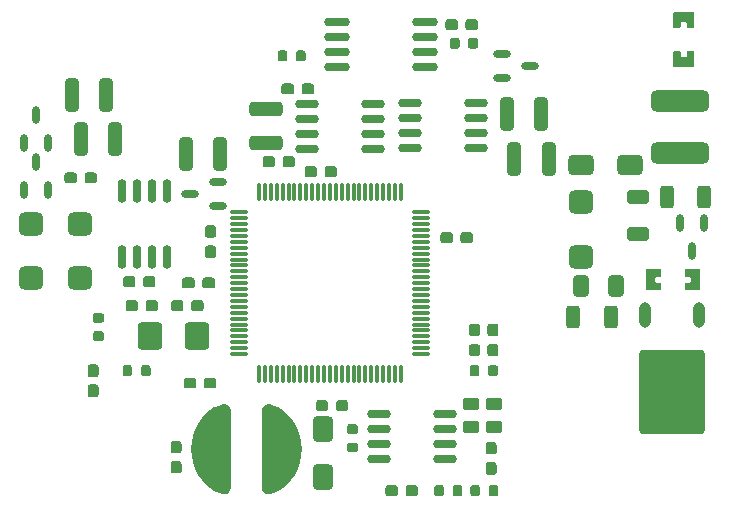
<source format=gtp>
G04 Layer_Color=8421504*
%FSLAX24Y24*%
%MOIN*%
G70*
G01*
G75*
%ADD13O,0.0630X0.0118*%
%ADD14O,0.0118X0.0630*%
%ADD17O,0.0800X0.0295*%
G04:AMPARAMS|DCode=18|XSize=86.6mil|YSize=68.9mil|CornerRadius=17.2mil|HoleSize=0mil|Usage=FLASHONLY|Rotation=90.000|XOffset=0mil|YOffset=0mil|HoleType=Round|Shape=RoundedRectangle|*
%AMROUNDEDRECTD18*
21,1,0.0866,0.0344,0,0,90.0*
21,1,0.0522,0.0689,0,0,90.0*
1,1,0.0344,0.0172,0.0261*
1,1,0.0344,0.0172,-0.0261*
1,1,0.0344,-0.0172,-0.0261*
1,1,0.0344,-0.0172,0.0261*
%
%ADD18ROUNDEDRECTD18*%
G04:AMPARAMS|DCode=19|XSize=90.6mil|YSize=82.7mil|CornerRadius=12.4mil|HoleSize=0mil|Usage=FLASHONLY|Rotation=270.000|XOffset=0mil|YOffset=0mil|HoleType=Round|Shape=RoundedRectangle|*
%AMROUNDEDRECTD19*
21,1,0.0906,0.0579,0,0,270.0*
21,1,0.0657,0.0827,0,0,270.0*
1,1,0.0248,-0.0289,-0.0329*
1,1,0.0248,-0.0289,0.0329*
1,1,0.0248,0.0289,0.0329*
1,1,0.0248,0.0289,-0.0329*
%
%ADD19ROUNDEDRECTD19*%
G04:AMPARAMS|DCode=20|XSize=110.2mil|YSize=47.2mil|CornerRadius=11.8mil|HoleSize=0mil|Usage=FLASHONLY|Rotation=180.000|XOffset=0mil|YOffset=0mil|HoleType=Round|Shape=RoundedRectangle|*
%AMROUNDEDRECTD20*
21,1,0.1102,0.0236,0,0,180.0*
21,1,0.0866,0.0472,0,0,180.0*
1,1,0.0236,-0.0433,0.0118*
1,1,0.0236,0.0433,0.0118*
1,1,0.0236,0.0433,-0.0118*
1,1,0.0236,-0.0433,-0.0118*
%
%ADD20ROUNDEDRECTD20*%
%ADD21O,0.0850X0.0295*%
G04:AMPARAMS|DCode=22|XSize=110.2mil|YSize=47.2mil|CornerRadius=11.8mil|HoleSize=0mil|Usage=FLASHONLY|Rotation=270.000|XOffset=0mil|YOffset=0mil|HoleType=Round|Shape=RoundedRectangle|*
%AMROUNDEDRECTD22*
21,1,0.1102,0.0236,0,0,270.0*
21,1,0.0866,0.0472,0,0,270.0*
1,1,0.0236,-0.0118,-0.0433*
1,1,0.0236,-0.0118,0.0433*
1,1,0.0236,0.0118,0.0433*
1,1,0.0236,0.0118,-0.0433*
%
%ADD22ROUNDEDRECTD22*%
%ADD23O,0.0295X0.0800*%
%ADD24O,0.0281X0.0591*%
G04:AMPARAMS|DCode=25|XSize=82.7mil|YSize=78.7mil|CornerRadius=19.7mil|HoleSize=0mil|Usage=FLASHONLY|Rotation=180.000|XOffset=0mil|YOffset=0mil|HoleType=Round|Shape=RoundedRectangle|*
%AMROUNDEDRECTD25*
21,1,0.0827,0.0394,0,0,180.0*
21,1,0.0433,0.0787,0,0,180.0*
1,1,0.0394,-0.0217,0.0197*
1,1,0.0394,0.0217,0.0197*
1,1,0.0394,0.0217,-0.0197*
1,1,0.0394,-0.0217,-0.0197*
%
%ADD25ROUNDEDRECTD25*%
%ADD26O,0.0591X0.0281*%
G04:AMPARAMS|DCode=30|XSize=55.1mil|YSize=70.9mil|CornerRadius=13.8mil|HoleSize=0mil|Usage=FLASHONLY|Rotation=0.000|XOffset=0mil|YOffset=0mil|HoleType=Round|Shape=RoundedRectangle|*
%AMROUNDEDRECTD30*
21,1,0.0551,0.0433,0,0,0.0*
21,1,0.0276,0.0709,0,0,0.0*
1,1,0.0276,0.0138,-0.0217*
1,1,0.0276,-0.0138,-0.0217*
1,1,0.0276,-0.0138,0.0217*
1,1,0.0276,0.0138,0.0217*
%
%ADD30ROUNDEDRECTD30*%
G04:AMPARAMS|DCode=31|XSize=47.2mil|YSize=74.8mil|CornerRadius=11.8mil|HoleSize=0mil|Usage=FLASHONLY|Rotation=270.000|XOffset=0mil|YOffset=0mil|HoleType=Round|Shape=RoundedRectangle|*
%AMROUNDEDRECTD31*
21,1,0.0472,0.0512,0,0,270.0*
21,1,0.0236,0.0748,0,0,270.0*
1,1,0.0236,-0.0256,-0.0118*
1,1,0.0236,-0.0256,0.0118*
1,1,0.0236,0.0256,0.0118*
1,1,0.0236,0.0256,-0.0118*
%
%ADD31ROUNDEDRECTD31*%
G04:AMPARAMS|DCode=32|XSize=47.2mil|YSize=74.8mil|CornerRadius=11.8mil|HoleSize=0mil|Usage=FLASHONLY|Rotation=180.000|XOffset=0mil|YOffset=0mil|HoleType=Round|Shape=RoundedRectangle|*
%AMROUNDEDRECTD32*
21,1,0.0472,0.0512,0,0,180.0*
21,1,0.0236,0.0748,0,0,180.0*
1,1,0.0236,-0.0118,0.0256*
1,1,0.0236,0.0118,0.0256*
1,1,0.0236,0.0118,-0.0256*
1,1,0.0236,-0.0118,-0.0256*
%
%ADD32ROUNDEDRECTD32*%
%ADD34O,0.0394X0.0846*%
G04:AMPARAMS|DCode=35|XSize=279.5mil|YSize=218.5mil|CornerRadius=10.9mil|HoleSize=0mil|Usage=FLASHONLY|Rotation=270.000|XOffset=0mil|YOffset=0mil|HoleType=Round|Shape=RoundedRectangle|*
%AMROUNDEDRECTD35*
21,1,0.2795,0.1967,0,0,270.0*
21,1,0.2577,0.2185,0,0,270.0*
1,1,0.0219,-0.0983,-0.1288*
1,1,0.0219,-0.0983,0.1288*
1,1,0.0219,0.0983,0.1288*
1,1,0.0219,0.0983,-0.1288*
%
%ADD35ROUNDEDRECTD35*%
G04:AMPARAMS|DCode=36|XSize=86.6mil|YSize=68.9mil|CornerRadius=17.2mil|HoleSize=0mil|Usage=FLASHONLY|Rotation=180.000|XOffset=0mil|YOffset=0mil|HoleType=Round|Shape=RoundedRectangle|*
%AMROUNDEDRECTD36*
21,1,0.0866,0.0344,0,0,180.0*
21,1,0.0522,0.0689,0,0,180.0*
1,1,0.0344,-0.0261,0.0172*
1,1,0.0344,0.0261,0.0172*
1,1,0.0344,0.0261,-0.0172*
1,1,0.0344,-0.0261,-0.0172*
%
%ADD36ROUNDEDRECTD36*%
G04:AMPARAMS|DCode=37|XSize=194.9mil|YSize=70.9mil|CornerRadius=17.7mil|HoleSize=0mil|Usage=FLASHONLY|Rotation=0.000|XOffset=0mil|YOffset=0mil|HoleType=Round|Shape=RoundedRectangle|*
%AMROUNDEDRECTD37*
21,1,0.1949,0.0354,0,0,0.0*
21,1,0.1594,0.0709,0,0,0.0*
1,1,0.0354,0.0797,-0.0177*
1,1,0.0354,-0.0797,-0.0177*
1,1,0.0354,-0.0797,0.0177*
1,1,0.0354,0.0797,0.0177*
%
%ADD37ROUNDEDRECTD37*%
G04:AMPARAMS|DCode=38|XSize=55.1mil|YSize=41.3mil|CornerRadius=10.3mil|HoleSize=0mil|Usage=FLASHONLY|Rotation=0.000|XOffset=0mil|YOffset=0mil|HoleType=Round|Shape=RoundedRectangle|*
%AMROUNDEDRECTD38*
21,1,0.0551,0.0207,0,0,0.0*
21,1,0.0344,0.0413,0,0,0.0*
1,1,0.0207,0.0172,-0.0103*
1,1,0.0207,-0.0172,-0.0103*
1,1,0.0207,-0.0172,0.0103*
1,1,0.0207,0.0172,0.0103*
%
%ADD38ROUNDEDRECTD38*%
G36*
X43019Y46517D02*
X43028Y46496D01*
Y46044D01*
X43019Y46023D01*
X42998Y46014D01*
X42795D01*
X42774Y46023D01*
X42766Y46044D01*
Y46182D01*
X42757Y46202D01*
X42736Y46211D01*
X42598D01*
X42578Y46202D01*
X42569Y46182D01*
Y46044D01*
X42560Y46023D01*
X42539Y46014D01*
X42337D01*
X42316Y46023D01*
X42307Y46044D01*
Y46496D01*
X42316Y46517D01*
X42337Y46526D01*
X42998D01*
X43019Y46517D01*
D02*
G37*
G36*
X35751Y46297D02*
X35781Y46277D01*
X35801Y46247D01*
X35808Y46212D01*
Y46032D01*
X35801Y45997D01*
X35781Y45967D01*
X35751Y45947D01*
X35716Y45940D01*
X35486D01*
X35451Y45947D01*
X35421Y45967D01*
X35401Y45997D01*
X35394Y46032D01*
Y46212D01*
X35401Y46247D01*
X35421Y46277D01*
X35451Y46297D01*
X35486Y46304D01*
X35716D01*
X35751Y46297D01*
D02*
G37*
G36*
X35081D02*
X35111Y46277D01*
X35131Y46247D01*
X35138Y46212D01*
Y46032D01*
X35131Y45997D01*
X35111Y45967D01*
X35081Y45947D01*
X35046Y45940D01*
X34816D01*
X34781Y45947D01*
X34751Y45967D01*
X34731Y45997D01*
X34724Y46032D01*
Y46212D01*
X34731Y46247D01*
X34751Y46277D01*
X34781Y46297D01*
X34816Y46304D01*
X35046D01*
X35081Y46297D01*
D02*
G37*
G36*
X35761Y45677D02*
X35787Y45660D01*
X35805Y45633D01*
X35811Y45602D01*
Y45402D01*
X35805Y45371D01*
X35787Y45344D01*
X35761Y45327D01*
X35729Y45320D01*
X35569D01*
X35538Y45327D01*
X35512Y45344D01*
X35494Y45371D01*
X35488Y45402D01*
Y45602D01*
X35494Y45633D01*
X35512Y45660D01*
X35538Y45677D01*
X35569Y45684D01*
X35729D01*
X35761Y45677D01*
D02*
G37*
G36*
X35151D02*
X35177Y45660D01*
X35195Y45633D01*
X35201Y45602D01*
Y45402D01*
X35195Y45371D01*
X35177Y45344D01*
X35151Y45327D01*
X35119Y45320D01*
X34959D01*
X34928Y45327D01*
X34902Y45344D01*
X34884Y45371D01*
X34878Y45402D01*
Y45602D01*
X34884Y45633D01*
X34902Y45660D01*
X34928Y45677D01*
X34959Y45684D01*
X35119D01*
X35151Y45677D01*
D02*
G37*
G36*
X43019Y45217D02*
X43028Y45196D01*
Y44744D01*
X43019Y44723D01*
X42998Y44714D01*
X42337D01*
X42316Y44723D01*
X42307Y44744D01*
Y45196D01*
X42316Y45217D01*
X42337Y45226D01*
X42539D01*
X42560Y45217D01*
X42569Y45196D01*
Y45059D01*
X42578Y45038D01*
X42598Y45029D01*
X42736D01*
X42757Y45038D01*
X42766Y45059D01*
Y45196D01*
X42774Y45217D01*
X42795Y45226D01*
X42998D01*
X43019Y45217D01*
D02*
G37*
G36*
X30013Y45254D02*
X30039Y45236D01*
X30057Y45210D01*
X30063Y45179D01*
Y44979D01*
X30057Y44948D01*
X30039Y44921D01*
X30013Y44903D01*
X29981Y44897D01*
X29821D01*
X29790Y44903D01*
X29764Y44921D01*
X29746Y44948D01*
X29740Y44979D01*
Y45179D01*
X29746Y45210D01*
X29764Y45236D01*
X29790Y45254D01*
X29821Y45260D01*
X29981D01*
X30013Y45254D01*
D02*
G37*
G36*
X29403D02*
X29429Y45236D01*
X29447Y45210D01*
X29453Y45179D01*
Y44979D01*
X29447Y44948D01*
X29429Y44921D01*
X29403Y44903D01*
X29371Y44897D01*
X29211D01*
X29180Y44903D01*
X29154Y44921D01*
X29136Y44948D01*
X29130Y44979D01*
Y45179D01*
X29136Y45210D01*
X29154Y45236D01*
X29180Y45254D01*
X29211Y45260D01*
X29371D01*
X29403Y45254D01*
D02*
G37*
G36*
X30288Y44151D02*
X30318Y44131D01*
X30338Y44101D01*
X30345Y44066D01*
Y43886D01*
X30338Y43851D01*
X30318Y43821D01*
X30288Y43802D01*
X30253Y43795D01*
X30023D01*
X29988Y43802D01*
X29958Y43821D01*
X29938Y43851D01*
X29931Y43886D01*
Y44066D01*
X29938Y44101D01*
X29958Y44131D01*
X29988Y44151D01*
X30023Y44158D01*
X30253D01*
X30288Y44151D01*
D02*
G37*
G36*
X29618D02*
X29648Y44131D01*
X29668Y44101D01*
X29675Y44066D01*
Y43886D01*
X29668Y43851D01*
X29648Y43821D01*
X29618Y43802D01*
X29583Y43795D01*
X29353D01*
X29318Y43802D01*
X29288Y43821D01*
X29268Y43851D01*
X29261Y43886D01*
Y44066D01*
X29268Y44101D01*
X29288Y44131D01*
X29318Y44151D01*
X29353Y44158D01*
X29583D01*
X29618Y44151D01*
D02*
G37*
G36*
X29658Y41730D02*
X29688Y41710D01*
X29708Y41680D01*
X29715Y41645D01*
Y41465D01*
X29708Y41430D01*
X29688Y41400D01*
X29658Y41380D01*
X29623Y41373D01*
X29393D01*
X29358Y41380D01*
X29328Y41400D01*
X29308Y41430D01*
X29301Y41465D01*
Y41645D01*
X29308Y41680D01*
X29328Y41710D01*
X29358Y41730D01*
X29393Y41737D01*
X29623D01*
X29658Y41730D01*
D02*
G37*
G36*
X28988D02*
X29018Y41710D01*
X29038Y41680D01*
X29045Y41645D01*
Y41465D01*
X29038Y41430D01*
X29018Y41400D01*
X28988Y41380D01*
X28953Y41373D01*
X28723D01*
X28688Y41380D01*
X28658Y41400D01*
X28638Y41430D01*
X28631Y41465D01*
Y41645D01*
X28638Y41680D01*
X28658Y41710D01*
X28688Y41730D01*
X28723Y41737D01*
X28953D01*
X28988Y41730D01*
D02*
G37*
G36*
X31056Y41395D02*
X31086Y41375D01*
X31106Y41346D01*
X31113Y41310D01*
Y41130D01*
X31106Y41095D01*
X31086Y41066D01*
X31056Y41046D01*
X31021Y41039D01*
X30791D01*
X30756Y41046D01*
X30726Y41066D01*
X30706Y41095D01*
X30699Y41130D01*
Y41310D01*
X30706Y41346D01*
X30726Y41375D01*
X30756Y41395D01*
X30791Y41402D01*
X31021D01*
X31056Y41395D01*
D02*
G37*
G36*
X30386D02*
X30416Y41375D01*
X30436Y41346D01*
X30443Y41310D01*
Y41130D01*
X30436Y41095D01*
X30416Y41066D01*
X30386Y41046D01*
X30351Y41039D01*
X30121D01*
X30086Y41046D01*
X30056Y41066D01*
X30036Y41095D01*
X30029Y41130D01*
Y41310D01*
X30036Y41346D01*
X30056Y41375D01*
X30086Y41395D01*
X30121Y41402D01*
X30351D01*
X30386Y41395D01*
D02*
G37*
G36*
X23054Y41189D02*
X23084Y41169D01*
X23104Y41139D01*
X23111Y41104D01*
Y40924D01*
X23104Y40889D01*
X23084Y40859D01*
X23054Y40839D01*
X23019Y40832D01*
X22789D01*
X22754Y40839D01*
X22724Y40859D01*
X22704Y40889D01*
X22697Y40924D01*
Y41104D01*
X22704Y41139D01*
X22724Y41169D01*
X22754Y41189D01*
X22789Y41196D01*
X23019D01*
X23054Y41189D01*
D02*
G37*
G36*
X22384D02*
X22414Y41169D01*
X22434Y41139D01*
X22441Y41104D01*
Y40924D01*
X22434Y40889D01*
X22414Y40859D01*
X22384Y40839D01*
X22349Y40832D01*
X22119D01*
X22084Y40839D01*
X22054Y40859D01*
X22034Y40889D01*
X22027Y40924D01*
Y41104D01*
X22034Y41139D01*
X22054Y41169D01*
X22084Y41189D01*
X22119Y41196D01*
X22349D01*
X22384Y41189D01*
D02*
G37*
G36*
X27015Y39423D02*
X27045Y39403D01*
X27065Y39373D01*
X27072Y39338D01*
Y39108D01*
X27065Y39073D01*
X27045Y39043D01*
X27015Y39023D01*
X26980Y39016D01*
X26800D01*
X26765Y39023D01*
X26735Y39043D01*
X26715Y39073D01*
X26708Y39108D01*
Y39338D01*
X26715Y39373D01*
X26735Y39403D01*
X26765Y39423D01*
X26800Y39430D01*
X26980D01*
X27015Y39423D01*
D02*
G37*
G36*
X35584Y39191D02*
X35613Y39171D01*
X35633Y39141D01*
X35640Y39106D01*
Y38926D01*
X35633Y38891D01*
X35613Y38861D01*
X35584Y38841D01*
X35548Y38834D01*
X35318D01*
X35283Y38841D01*
X35254Y38861D01*
X35234Y38891D01*
X35227Y38926D01*
Y39106D01*
X35234Y39141D01*
X35254Y39171D01*
X35283Y39191D01*
X35318Y39198D01*
X35548D01*
X35584Y39191D01*
D02*
G37*
G36*
X34914D02*
X34943Y39171D01*
X34963Y39141D01*
X34970Y39106D01*
Y38926D01*
X34963Y38891D01*
X34943Y38861D01*
X34914Y38841D01*
X34878Y38834D01*
X34648D01*
X34613Y38841D01*
X34584Y38861D01*
X34564Y38891D01*
X34557Y38926D01*
Y39106D01*
X34564Y39141D01*
X34584Y39171D01*
X34613Y39191D01*
X34648Y39198D01*
X34878D01*
X34914Y39191D01*
D02*
G37*
G36*
X27015Y38753D02*
X27045Y38733D01*
X27065Y38703D01*
X27072Y38668D01*
Y38438D01*
X27065Y38403D01*
X27045Y38373D01*
X27015Y38353D01*
X26980Y38346D01*
X26800D01*
X26765Y38353D01*
X26735Y38373D01*
X26715Y38403D01*
X26708Y38438D01*
Y38668D01*
X26715Y38703D01*
X26735Y38733D01*
X26765Y38753D01*
X26800Y38760D01*
X26980D01*
X27015Y38753D01*
D02*
G37*
G36*
X25003Y37724D02*
X25033Y37704D01*
X25052Y37674D01*
X25059Y37639D01*
Y37459D01*
X25052Y37424D01*
X25033Y37394D01*
X25003Y37374D01*
X24968Y37367D01*
X24738D01*
X24703Y37374D01*
X24673Y37394D01*
X24653Y37424D01*
X24646Y37459D01*
Y37639D01*
X24653Y37674D01*
X24673Y37704D01*
X24703Y37724D01*
X24738Y37731D01*
X24968D01*
X25003Y37724D01*
D02*
G37*
G36*
X24333D02*
X24363Y37704D01*
X24382Y37674D01*
X24389Y37639D01*
Y37459D01*
X24382Y37424D01*
X24363Y37394D01*
X24333Y37374D01*
X24298Y37367D01*
X24068D01*
X24033Y37374D01*
X24003Y37394D01*
X23983Y37424D01*
X23976Y37459D01*
Y37639D01*
X23983Y37674D01*
X24003Y37704D01*
X24033Y37724D01*
X24068Y37731D01*
X24298D01*
X24333Y37724D01*
D02*
G37*
G36*
X26981Y37685D02*
X27011Y37665D01*
X27031Y37635D01*
X27038Y37600D01*
Y37420D01*
X27031Y37385D01*
X27011Y37355D01*
X26981Y37335D01*
X26946Y37328D01*
X26716D01*
X26681Y37335D01*
X26651Y37355D01*
X26631Y37385D01*
X26624Y37420D01*
Y37600D01*
X26631Y37635D01*
X26651Y37665D01*
X26681Y37685D01*
X26716Y37692D01*
X26946D01*
X26981Y37685D01*
D02*
G37*
G36*
X26311D02*
X26341Y37665D01*
X26361Y37635D01*
X26368Y37600D01*
Y37420D01*
X26361Y37385D01*
X26341Y37355D01*
X26311Y37335D01*
X26276Y37328D01*
X26046D01*
X26011Y37335D01*
X25981Y37355D01*
X25961Y37385D01*
X25954Y37420D01*
Y37600D01*
X25961Y37635D01*
X25981Y37665D01*
X26011Y37685D01*
X26046Y37692D01*
X26276D01*
X26311Y37685D01*
D02*
G37*
G36*
X43210Y37970D02*
X43219Y37949D01*
Y37287D01*
X43210Y37267D01*
X43189Y37258D01*
X42737D01*
X42716Y37267D01*
X42707Y37287D01*
Y37490D01*
X42716Y37511D01*
X42737Y37520D01*
X42874D01*
X42895Y37528D01*
X42904Y37549D01*
Y37687D01*
X42895Y37708D01*
X42874Y37717D01*
X42737D01*
X42716Y37725D01*
X42707Y37746D01*
Y37949D01*
X42716Y37970D01*
X42737Y37978D01*
X43189D01*
X43210Y37970D01*
D02*
G37*
G36*
X41910D02*
X41919Y37949D01*
Y37746D01*
X41910Y37725D01*
X41889Y37717D01*
X41752D01*
X41731Y37708D01*
X41722Y37687D01*
Y37549D01*
X41731Y37528D01*
X41752Y37520D01*
X41889D01*
X41910Y37511D01*
X41919Y37490D01*
Y37287D01*
X41910Y37267D01*
X41889Y37258D01*
X41437D01*
X41416Y37267D01*
X41407Y37287D01*
Y37949D01*
X41416Y37970D01*
X41437Y37978D01*
X41889D01*
X41910Y37970D01*
D02*
G37*
G36*
X26607Y36927D02*
X26637Y36907D01*
X26657Y36877D01*
X26664Y36842D01*
Y36662D01*
X26657Y36627D01*
X26637Y36597D01*
X26607Y36577D01*
X26572Y36570D01*
X26342D01*
X26307Y36577D01*
X26277Y36597D01*
X26257Y36627D01*
X26250Y36662D01*
Y36842D01*
X26257Y36877D01*
X26277Y36907D01*
X26307Y36927D01*
X26342Y36934D01*
X26572D01*
X26607Y36927D01*
D02*
G37*
G36*
X25937D02*
X25967Y36907D01*
X25987Y36877D01*
X25994Y36842D01*
Y36662D01*
X25987Y36627D01*
X25967Y36597D01*
X25937Y36577D01*
X25902Y36570D01*
X25672D01*
X25637Y36577D01*
X25607Y36597D01*
X25587Y36627D01*
X25580Y36662D01*
Y36842D01*
X25587Y36877D01*
X25607Y36907D01*
X25637Y36927D01*
X25672Y36934D01*
X25902D01*
X25937Y36927D01*
D02*
G37*
G36*
X25091D02*
X25121Y36907D01*
X25141Y36877D01*
X25148Y36842D01*
Y36662D01*
X25141Y36627D01*
X25121Y36597D01*
X25091Y36577D01*
X25056Y36570D01*
X24826D01*
X24791Y36577D01*
X24761Y36597D01*
X24742Y36627D01*
X24735Y36662D01*
Y36842D01*
X24742Y36877D01*
X24761Y36907D01*
X24791Y36927D01*
X24826Y36934D01*
X25056D01*
X25091Y36927D01*
D02*
G37*
G36*
X24421D02*
X24451Y36907D01*
X24471Y36877D01*
X24478Y36842D01*
Y36662D01*
X24471Y36627D01*
X24451Y36597D01*
X24421Y36577D01*
X24386Y36570D01*
X24156D01*
X24121Y36577D01*
X24091Y36597D01*
X24072Y36627D01*
X24065Y36662D01*
Y36842D01*
X24072Y36877D01*
X24091Y36907D01*
X24121Y36927D01*
X24156Y36934D01*
X24386D01*
X24421Y36927D01*
D02*
G37*
G36*
X23291Y36504D02*
X23317Y36486D01*
X23335Y36460D01*
X23341Y36428D01*
Y36268D01*
X23335Y36237D01*
X23317Y36211D01*
X23291Y36193D01*
X23259Y36187D01*
X23059D01*
X23028Y36193D01*
X23002Y36211D01*
X22984Y36237D01*
X22978Y36268D01*
Y36428D01*
X22984Y36460D01*
X23002Y36486D01*
X23028Y36504D01*
X23059Y36510D01*
X23259D01*
X23291Y36504D01*
D02*
G37*
G36*
X36434Y36145D02*
X36464Y36125D01*
X36484Y36095D01*
X36491Y36060D01*
Y35830D01*
X36484Y35795D01*
X36464Y35765D01*
X36434Y35745D01*
X36399Y35738D01*
X36219D01*
X36184Y35745D01*
X36154Y35765D01*
X36134Y35795D01*
X36127Y35830D01*
Y36060D01*
X36134Y36095D01*
X36154Y36125D01*
X36184Y36145D01*
X36219Y36152D01*
X36399D01*
X36434Y36145D01*
D02*
G37*
G36*
X35824D02*
X35854Y36125D01*
X35874Y36095D01*
X35881Y36060D01*
Y35830D01*
X35874Y35795D01*
X35854Y35765D01*
X35824Y35745D01*
X35789Y35738D01*
X35609D01*
X35574Y35745D01*
X35544Y35765D01*
X35524Y35795D01*
X35517Y35830D01*
Y36060D01*
X35524Y36095D01*
X35544Y36125D01*
X35574Y36145D01*
X35609Y36152D01*
X35789D01*
X35824Y36145D01*
D02*
G37*
G36*
X23291Y35894D02*
X23317Y35876D01*
X23335Y35850D01*
X23341Y35818D01*
Y35658D01*
X23335Y35627D01*
X23317Y35601D01*
X23291Y35583D01*
X23259Y35577D01*
X23059D01*
X23028Y35583D01*
X23002Y35601D01*
X22984Y35627D01*
X22978Y35658D01*
Y35818D01*
X22984Y35850D01*
X23002Y35876D01*
X23028Y35894D01*
X23059Y35900D01*
X23259D01*
X23291Y35894D01*
D02*
G37*
G36*
X36434Y35475D02*
X36464Y35455D01*
X36484Y35425D01*
X36491Y35390D01*
Y35160D01*
X36484Y35125D01*
X36464Y35095D01*
X36434Y35075D01*
X36399Y35068D01*
X36219D01*
X36184Y35075D01*
X36154Y35095D01*
X36134Y35125D01*
X36127Y35160D01*
Y35390D01*
X36134Y35425D01*
X36154Y35455D01*
X36184Y35475D01*
X36219Y35482D01*
X36399D01*
X36434Y35475D01*
D02*
G37*
G36*
X35824D02*
X35854Y35455D01*
X35874Y35425D01*
X35881Y35390D01*
Y35160D01*
X35874Y35125D01*
X35854Y35095D01*
X35824Y35075D01*
X35789Y35068D01*
X35609D01*
X35574Y35075D01*
X35544Y35095D01*
X35524Y35125D01*
X35517Y35160D01*
Y35390D01*
X35524Y35425D01*
X35544Y35455D01*
X35574Y35475D01*
X35609Y35482D01*
X35789D01*
X35824Y35475D01*
D02*
G37*
G36*
X36420Y34772D02*
X36447Y34754D01*
X36464Y34728D01*
X36470Y34696D01*
Y34496D01*
X36464Y34465D01*
X36447Y34439D01*
X36420Y34421D01*
X36389Y34415D01*
X36229D01*
X36198Y34421D01*
X36171Y34439D01*
X36154Y34465D01*
X36147Y34496D01*
Y34696D01*
X36154Y34728D01*
X36171Y34754D01*
X36198Y34772D01*
X36229Y34778D01*
X36389D01*
X36420Y34772D01*
D02*
G37*
G36*
X35810D02*
X35837Y34754D01*
X35854Y34728D01*
X35861Y34696D01*
Y34496D01*
X35854Y34465D01*
X35837Y34439D01*
X35810Y34421D01*
X35779Y34415D01*
X35619D01*
X35588Y34421D01*
X35561Y34439D01*
X35544Y34465D01*
X35537Y34496D01*
Y34696D01*
X35544Y34728D01*
X35561Y34754D01*
X35588Y34772D01*
X35619Y34778D01*
X35779D01*
X35810Y34772D01*
D02*
G37*
G36*
X24845Y34762D02*
X24872Y34744D01*
X24889Y34718D01*
X24896Y34687D01*
Y34487D01*
X24889Y34455D01*
X24872Y34429D01*
X24845Y34411D01*
X24814Y34405D01*
X24654D01*
X24623Y34411D01*
X24596Y34429D01*
X24579Y34455D01*
X24573Y34487D01*
Y34687D01*
X24579Y34718D01*
X24596Y34744D01*
X24623Y34762D01*
X24654Y34768D01*
X24814D01*
X24845Y34762D01*
D02*
G37*
G36*
X24235D02*
X24262Y34744D01*
X24279Y34718D01*
X24286Y34687D01*
Y34487D01*
X24279Y34455D01*
X24262Y34429D01*
X24235Y34411D01*
X24204Y34405D01*
X24044D01*
X24013Y34411D01*
X23986Y34429D01*
X23969Y34455D01*
X23963Y34487D01*
Y34687D01*
X23969Y34718D01*
X23986Y34744D01*
X24013Y34762D01*
X24044Y34768D01*
X24204D01*
X24235Y34762D01*
D02*
G37*
G36*
X23107Y34787D02*
X23137Y34767D01*
X23157Y34737D01*
X23164Y34702D01*
Y34472D01*
X23157Y34437D01*
X23137Y34407D01*
X23107Y34387D01*
X23072Y34380D01*
X22892D01*
X22857Y34387D01*
X22827Y34407D01*
X22808Y34437D01*
X22801Y34472D01*
Y34702D01*
X22808Y34737D01*
X22827Y34767D01*
X22857Y34787D01*
X22892Y34794D01*
X23072D01*
X23107Y34787D01*
D02*
G37*
G36*
X27030Y34348D02*
X27060Y34328D01*
X27080Y34298D01*
X27087Y34263D01*
Y34083D01*
X27080Y34048D01*
X27060Y34018D01*
X27030Y33998D01*
X26995Y33991D01*
X26765D01*
X26730Y33998D01*
X26700Y34018D01*
X26681Y34048D01*
X26674Y34083D01*
Y34263D01*
X26681Y34298D01*
X26700Y34328D01*
X26730Y34348D01*
X26765Y34355D01*
X26995D01*
X27030Y34348D01*
D02*
G37*
G36*
X26360D02*
X26390Y34328D01*
X26410Y34298D01*
X26417Y34263D01*
Y34083D01*
X26410Y34048D01*
X26390Y34018D01*
X26360Y33998D01*
X26325Y33991D01*
X26095D01*
X26060Y33998D01*
X26030Y34018D01*
X26010Y34048D01*
X26004Y34083D01*
Y34263D01*
X26010Y34298D01*
X26030Y34328D01*
X26060Y34348D01*
X26095Y34355D01*
X26325D01*
X26360Y34348D01*
D02*
G37*
G36*
X23107Y34117D02*
X23137Y34097D01*
X23157Y34067D01*
X23164Y34032D01*
Y33802D01*
X23157Y33767D01*
X23137Y33737D01*
X23107Y33717D01*
X23072Y33710D01*
X22892D01*
X22857Y33717D01*
X22827Y33737D01*
X22808Y33767D01*
X22801Y33802D01*
Y34032D01*
X22808Y34067D01*
X22827Y34097D01*
X22857Y34117D01*
X22892Y34124D01*
X23072D01*
X23107Y34117D01*
D02*
G37*
G36*
X31430Y33600D02*
X31460Y33580D01*
X31480Y33550D01*
X31487Y33515D01*
Y33335D01*
X31480Y33300D01*
X31460Y33270D01*
X31430Y33250D01*
X31395Y33243D01*
X31165D01*
X31130Y33250D01*
X31100Y33270D01*
X31080Y33300D01*
X31073Y33335D01*
Y33515D01*
X31080Y33550D01*
X31100Y33580D01*
X31130Y33600D01*
X31165Y33607D01*
X31395D01*
X31430Y33600D01*
D02*
G37*
G36*
X30760D02*
X30790Y33580D01*
X30810Y33550D01*
X30817Y33515D01*
Y33335D01*
X30810Y33300D01*
X30790Y33270D01*
X30760Y33250D01*
X30725Y33243D01*
X30495D01*
X30460Y33250D01*
X30430Y33270D01*
X30410Y33300D01*
X30403Y33335D01*
Y33515D01*
X30410Y33550D01*
X30430Y33580D01*
X30460Y33600D01*
X30495Y33607D01*
X30725D01*
X30760Y33600D01*
D02*
G37*
G36*
X31755Y32793D02*
X31782Y32775D01*
X31799Y32749D01*
X31806Y32718D01*
Y32558D01*
X31799Y32526D01*
X31782Y32500D01*
X31755Y32482D01*
X31724Y32476D01*
X31524D01*
X31493Y32482D01*
X31466Y32500D01*
X31449Y32526D01*
X31442Y32558D01*
Y32718D01*
X31449Y32749D01*
X31466Y32775D01*
X31493Y32793D01*
X31524Y32799D01*
X31724D01*
X31755Y32793D01*
D02*
G37*
G36*
Y32183D02*
X31782Y32165D01*
X31799Y32139D01*
X31806Y32108D01*
Y31948D01*
X31799Y31916D01*
X31782Y31890D01*
X31755Y31872D01*
X31724Y31866D01*
X31524D01*
X31493Y31872D01*
X31466Y31890D01*
X31449Y31916D01*
X31442Y31948D01*
Y32108D01*
X31449Y32139D01*
X31466Y32165D01*
X31493Y32183D01*
X31524Y32189D01*
X31724D01*
X31755Y32183D01*
D02*
G37*
G36*
X25873Y32238D02*
X25903Y32218D01*
X25923Y32188D01*
X25930Y32153D01*
Y31923D01*
X25923Y31888D01*
X25903Y31858D01*
X25873Y31838D01*
X25838Y31831D01*
X25658D01*
X25623Y31838D01*
X25593Y31858D01*
X25573Y31888D01*
X25566Y31923D01*
Y32153D01*
X25573Y32188D01*
X25593Y32218D01*
X25623Y32238D01*
X25658Y32245D01*
X25838D01*
X25873Y32238D01*
D02*
G37*
G36*
X36375Y32198D02*
X36405Y32178D01*
X36425Y32148D01*
X36432Y32113D01*
Y31883D01*
X36425Y31848D01*
X36405Y31818D01*
X36375Y31799D01*
X36340Y31792D01*
X36160D01*
X36125Y31799D01*
X36095Y31818D01*
X36075Y31848D01*
X36068Y31883D01*
Y32113D01*
X36075Y32148D01*
X36095Y32178D01*
X36125Y32198D01*
X36160Y32205D01*
X36340D01*
X36375Y32198D01*
D02*
G37*
G36*
X25873Y31568D02*
X25903Y31548D01*
X25923Y31518D01*
X25930Y31483D01*
Y31253D01*
X25923Y31218D01*
X25903Y31188D01*
X25873Y31168D01*
X25838Y31161D01*
X25658D01*
X25623Y31168D01*
X25593Y31188D01*
X25573Y31218D01*
X25566Y31253D01*
Y31483D01*
X25573Y31518D01*
X25593Y31548D01*
X25623Y31568D01*
X25658Y31575D01*
X25838D01*
X25873Y31568D01*
D02*
G37*
G36*
X36375Y31528D02*
X36405Y31508D01*
X36425Y31479D01*
X36432Y31443D01*
Y31213D01*
X36425Y31178D01*
X36405Y31149D01*
X36375Y31129D01*
X36340Y31122D01*
X36160D01*
X36125Y31129D01*
X36095Y31149D01*
X36075Y31178D01*
X36068Y31213D01*
Y31443D01*
X36075Y31479D01*
X36095Y31508D01*
X36125Y31528D01*
X36160Y31535D01*
X36340D01*
X36375Y31528D01*
D02*
G37*
G36*
X27456Y33453D02*
X27515Y33410D01*
X27554Y33347D01*
X27568Y33275D01*
Y30670D01*
X27554Y30595D01*
X27514Y30531D01*
X27453Y30487D01*
X27380Y30467D01*
X27305Y30476D01*
X27175Y30517D01*
X27024Y30577D01*
X26885Y30660D01*
X26760Y30764D01*
X26755Y30769D01*
X26606Y30934D01*
X26480Y31118D01*
X26380Y31317D01*
X26307Y31528D01*
X26263Y31746D01*
X26248Y31969D01*
X26263Y32191D01*
X26307Y32409D01*
X26380Y32620D01*
X26480Y32819D01*
X26606Y33003D01*
X26755Y33168D01*
X26757Y33171D01*
X26884Y33276D01*
X27025Y33360D01*
X27178Y33421D01*
X27312Y33463D01*
X27385Y33472D01*
X27456Y33453D01*
D02*
G37*
G36*
X28877Y33461D02*
X29006Y33420D01*
X29157Y33360D01*
X29297Y33277D01*
X29422Y33173D01*
X29426Y33168D01*
X29575Y33003D01*
X29701Y32819D01*
X29801Y32620D01*
X29874Y32409D01*
X29918Y32191D01*
X29933Y31969D01*
X29918Y31746D01*
X29874Y31528D01*
X29801Y31317D01*
X29701Y31118D01*
X29575Y30934D01*
X29426Y30769D01*
X29424Y30766D01*
X29297Y30661D01*
X29156Y30577D01*
X29003Y30516D01*
X28869Y30474D01*
X28796Y30465D01*
X28725Y30484D01*
X28666Y30527D01*
X28627Y30590D01*
X28613Y30662D01*
Y33267D01*
X28627Y33342D01*
X28667Y33406D01*
X28728Y33450D01*
X28801Y33470D01*
X28877Y33461D01*
D02*
G37*
G36*
X36440Y30766D02*
X36466Y30748D01*
X36484Y30722D01*
X36490Y30691D01*
Y30491D01*
X36484Y30459D01*
X36466Y30433D01*
X36440Y30415D01*
X36409Y30409D01*
X36249D01*
X36217Y30415D01*
X36191Y30433D01*
X36173Y30459D01*
X36167Y30491D01*
Y30691D01*
X36173Y30722D01*
X36191Y30748D01*
X36217Y30766D01*
X36249Y30772D01*
X36409D01*
X36440Y30766D01*
D02*
G37*
G36*
X35830D02*
X35856Y30748D01*
X35874Y30722D01*
X35880Y30691D01*
Y30491D01*
X35874Y30459D01*
X35856Y30433D01*
X35830Y30415D01*
X35799Y30409D01*
X35639D01*
X35607Y30415D01*
X35581Y30433D01*
X35563Y30459D01*
X35557Y30491D01*
Y30691D01*
X35563Y30722D01*
X35581Y30748D01*
X35607Y30766D01*
X35639Y30772D01*
X35799D01*
X35830Y30766D01*
D02*
G37*
G36*
X35239D02*
X35266Y30748D01*
X35283Y30722D01*
X35289Y30691D01*
Y30491D01*
X35283Y30459D01*
X35266Y30433D01*
X35239Y30415D01*
X35208Y30409D01*
X35048D01*
X35017Y30415D01*
X34990Y30433D01*
X34972Y30459D01*
X34966Y30491D01*
Y30691D01*
X34972Y30722D01*
X34990Y30748D01*
X35017Y30766D01*
X35048Y30772D01*
X35208D01*
X35239Y30766D01*
D02*
G37*
G36*
X34629D02*
X34656Y30748D01*
X34673Y30722D01*
X34679Y30691D01*
Y30491D01*
X34673Y30459D01*
X34656Y30433D01*
X34629Y30415D01*
X34598Y30409D01*
X34438D01*
X34407Y30415D01*
X34380Y30433D01*
X34362Y30459D01*
X34356Y30491D01*
Y30691D01*
X34362Y30722D01*
X34380Y30748D01*
X34407Y30766D01*
X34438Y30772D01*
X34598D01*
X34629Y30766D01*
D02*
G37*
G36*
X33753Y30765D02*
X33783Y30745D01*
X33802Y30716D01*
X33809Y30681D01*
Y30501D01*
X33802Y30465D01*
X33783Y30436D01*
X33753Y30416D01*
X33718Y30409D01*
X33488D01*
X33453Y30416D01*
X33423Y30436D01*
X33403Y30465D01*
X33396Y30501D01*
Y30681D01*
X33403Y30716D01*
X33423Y30745D01*
X33453Y30765D01*
X33488Y30772D01*
X33718D01*
X33753Y30765D01*
D02*
G37*
G36*
X33083D02*
X33113Y30745D01*
X33132Y30716D01*
X33139Y30681D01*
Y30501D01*
X33132Y30465D01*
X33113Y30436D01*
X33083Y30416D01*
X33048Y30409D01*
X32818D01*
X32783Y30416D01*
X32753Y30436D01*
X32733Y30465D01*
X32726Y30501D01*
Y30681D01*
X32733Y30716D01*
X32753Y30745D01*
X32783Y30765D01*
X32818Y30772D01*
X33048D01*
X33083Y30765D01*
D02*
G37*
D13*
X33907Y37500D02*
D03*
X27844D02*
D03*
X33907Y39862D02*
D03*
Y39665D02*
D03*
Y39469D02*
D03*
Y39272D02*
D03*
Y39075D02*
D03*
Y38878D02*
D03*
Y38681D02*
D03*
Y38484D02*
D03*
Y38287D02*
D03*
Y38091D02*
D03*
Y37894D02*
D03*
Y37697D02*
D03*
Y37303D02*
D03*
Y37106D02*
D03*
Y36909D02*
D03*
Y36713D02*
D03*
Y36516D02*
D03*
Y36319D02*
D03*
Y36122D02*
D03*
Y35925D02*
D03*
Y35728D02*
D03*
Y35531D02*
D03*
Y35335D02*
D03*
Y35138D02*
D03*
X27844Y37697D02*
D03*
Y37894D02*
D03*
Y38091D02*
D03*
Y38287D02*
D03*
Y38484D02*
D03*
Y38681D02*
D03*
Y38878D02*
D03*
Y39075D02*
D03*
Y39272D02*
D03*
Y39469D02*
D03*
Y39665D02*
D03*
Y39862D02*
D03*
Y35138D02*
D03*
Y35335D02*
D03*
Y35531D02*
D03*
Y35728D02*
D03*
Y35925D02*
D03*
Y36122D02*
D03*
Y36319D02*
D03*
Y36516D02*
D03*
Y36713D02*
D03*
Y36909D02*
D03*
Y37106D02*
D03*
Y37303D02*
D03*
D14*
X30876Y40532D02*
D03*
Y34469D02*
D03*
X31073Y40532D02*
D03*
X31270D02*
D03*
X31467D02*
D03*
X31663D02*
D03*
X31860D02*
D03*
X32057D02*
D03*
X32254D02*
D03*
X32451D02*
D03*
X32648D02*
D03*
X32844D02*
D03*
X33041D02*
D03*
X33238D02*
D03*
Y34469D02*
D03*
X33041D02*
D03*
X32844D02*
D03*
X32648D02*
D03*
X32451D02*
D03*
X32254D02*
D03*
X32057D02*
D03*
X31860D02*
D03*
X31663D02*
D03*
X31467D02*
D03*
X31270D02*
D03*
X31073D02*
D03*
X28514Y40532D02*
D03*
X28711D02*
D03*
X28907D02*
D03*
X29104D02*
D03*
X29301D02*
D03*
X29498D02*
D03*
X29695D02*
D03*
X29892D02*
D03*
X30089D02*
D03*
X30285D02*
D03*
X30482D02*
D03*
X30679D02*
D03*
Y34469D02*
D03*
X30482D02*
D03*
X30285D02*
D03*
X30089D02*
D03*
X29892D02*
D03*
X29695D02*
D03*
X29498D02*
D03*
X29301D02*
D03*
X29104D02*
D03*
X28907D02*
D03*
X28711D02*
D03*
X28514D02*
D03*
D17*
X32500Y33130D02*
D03*
Y32630D02*
D03*
X34700D02*
D03*
Y33130D02*
D03*
X32500Y31630D02*
D03*
X34700D02*
D03*
X32500Y32130D02*
D03*
X34700D02*
D03*
X33543Y43494D02*
D03*
Y42994D02*
D03*
X35743D02*
D03*
Y43494D02*
D03*
X33543Y41994D02*
D03*
X35743D02*
D03*
X33543Y42494D02*
D03*
X35743D02*
D03*
X32323Y41978D02*
D03*
Y42478D02*
D03*
X30123D02*
D03*
Y41978D02*
D03*
X32323Y43478D02*
D03*
X30123D02*
D03*
X32323Y42978D02*
D03*
X30123D02*
D03*
D18*
X30640Y31024D02*
D03*
Y32638D02*
D03*
D19*
X24872Y35748D02*
D03*
X26447D02*
D03*
D20*
X28730Y42156D02*
D03*
Y43297D02*
D03*
D21*
X31112Y44701D02*
D03*
Y45701D02*
D03*
Y46201D02*
D03*
X34062Y44701D02*
D03*
Y45701D02*
D03*
Y46201D02*
D03*
X31112Y45201D02*
D03*
X34062D02*
D03*
D22*
X27205Y41821D02*
D03*
X26063D02*
D03*
X22579Y42313D02*
D03*
X23720D02*
D03*
X22274Y43789D02*
D03*
X23415D02*
D03*
X36772Y43150D02*
D03*
X37913D02*
D03*
X37028Y41634D02*
D03*
X38169D02*
D03*
D23*
X23937Y38386D02*
D03*
X24437D02*
D03*
Y40586D02*
D03*
X23937D02*
D03*
X25437Y38386D02*
D03*
Y40586D02*
D03*
X24937Y38386D02*
D03*
Y40586D02*
D03*
D24*
X21089Y41525D02*
D03*
X20689Y40615D02*
D03*
X21489D02*
D03*
X21089Y43090D02*
D03*
X20689Y42180D02*
D03*
X21489D02*
D03*
X42956Y38583D02*
D03*
X42556Y39493D02*
D03*
X43356D02*
D03*
D25*
X22559Y37677D02*
D03*
Y39488D02*
D03*
X20925D02*
D03*
Y37677D02*
D03*
X39262Y38386D02*
D03*
Y40197D02*
D03*
D26*
X37529Y44748D02*
D03*
X36619Y44348D02*
D03*
Y45148D02*
D03*
X26221Y40469D02*
D03*
X27131Y40869D02*
D03*
Y40069D02*
D03*
D30*
X39262Y37392D02*
D03*
X40404D02*
D03*
D31*
X41161Y40384D02*
D03*
Y39124D02*
D03*
D32*
X43356Y40384D02*
D03*
X42096D02*
D03*
X40236Y36388D02*
D03*
X38976D02*
D03*
D34*
X41376Y36447D02*
D03*
X43171D02*
D03*
D35*
X42274Y33888D02*
D03*
D36*
X40866Y41427D02*
D03*
X39252D02*
D03*
D37*
X42539Y43563D02*
D03*
Y41831D02*
D03*
D38*
X35581Y33465D02*
D03*
Y32717D02*
D03*
X36339Y33465D02*
D03*
Y32717D02*
D03*
M02*

</source>
